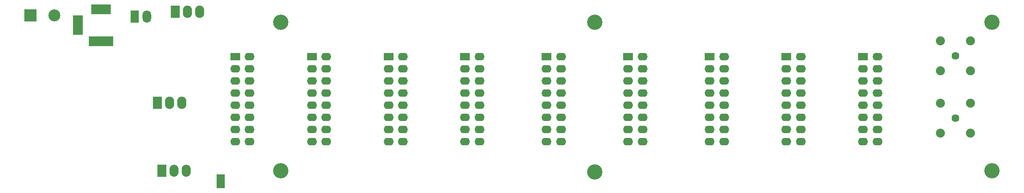
<source format=gbs>
G04 #@! TF.FileFunction,Soldermask,Bot*
%FSLAX46Y46*%
G04 Gerber Fmt 4.6, Leading zero omitted, Abs format (unit mm)*
G04 Created by KiCad (PCBNEW 4.0.2-stable) date 2019-11-02 5:24:16 PM*
%MOMM*%
G01*
G04 APERTURE LIST*
%ADD10C,0.200000*%
%ADD11C,3.200000*%
%ADD12R,2.500000X2.500000*%
%ADD13C,2.500000*%
%ADD14R,1.700000X2.900000*%
%ADD15O,2.100000X1.600000*%
%ADD16R,2.100000X1.600000*%
%ADD17R,4.100000X2.100000*%
%ADD18R,5.100000X2.100000*%
%ADD19R,2.100000X4.100000*%
%ADD20R,1.800000X2.600000*%
%ADD21O,1.800000X2.600000*%
%ADD22C,1.624000*%
%ADD23C,1.878000*%
%ADD24R,1.900000X2.600000*%
%ADD25O,1.900000X2.600000*%
%ADD26R,1.900000X2.500000*%
%ADD27O,1.900000X2.500000*%
G04 APERTURE END LIST*
D10*
D11*
X84000000Y-80960000D03*
X84000000Y-112000000D03*
D12*
X31750000Y-79500000D03*
D13*
X36750000Y-79500000D03*
D11*
X149500000Y-112300000D03*
X149500000Y-80960000D03*
X232410000Y-80960000D03*
X232410000Y-112000000D03*
D14*
X71500000Y-114250000D03*
D15*
X192520000Y-105890000D03*
X189480000Y-105890000D03*
X189480000Y-103350000D03*
X192520000Y-103350000D03*
X192520000Y-100810000D03*
X189480000Y-100810000D03*
X189480000Y-98270000D03*
X192520000Y-98270000D03*
X192520000Y-95730000D03*
X189480000Y-95730000D03*
D16*
X189480000Y-88110000D03*
D15*
X192520000Y-88110000D03*
X189480000Y-90650000D03*
X192520000Y-90650000D03*
X189480000Y-93190000D03*
X192520000Y-93190000D03*
X176520000Y-105890000D03*
X173480000Y-105890000D03*
X173480000Y-103350000D03*
X176520000Y-103350000D03*
X176520000Y-100810000D03*
X173480000Y-100810000D03*
X173480000Y-98270000D03*
X176520000Y-98270000D03*
X176520000Y-95730000D03*
X173480000Y-95730000D03*
D16*
X173480000Y-88110000D03*
D15*
X176520000Y-88110000D03*
X173480000Y-90650000D03*
X176520000Y-90650000D03*
X173480000Y-93190000D03*
X176520000Y-93190000D03*
X159520000Y-105890000D03*
X156480000Y-105890000D03*
X156480000Y-103350000D03*
X159520000Y-103350000D03*
X159520000Y-100810000D03*
X156480000Y-100810000D03*
X156480000Y-98270000D03*
X159520000Y-98270000D03*
X159520000Y-95730000D03*
X156480000Y-95730000D03*
D16*
X156480000Y-88110000D03*
D15*
X159520000Y-88110000D03*
X156480000Y-90650000D03*
X159520000Y-90650000D03*
X156480000Y-93190000D03*
X159520000Y-93190000D03*
X142520000Y-105890000D03*
X139480000Y-105890000D03*
X139480000Y-103350000D03*
X142520000Y-103350000D03*
X142520000Y-100810000D03*
X139480000Y-100810000D03*
X139480000Y-98270000D03*
X142520000Y-98270000D03*
X142520000Y-95730000D03*
X139480000Y-95730000D03*
D16*
X139480000Y-88110000D03*
D15*
X142520000Y-88110000D03*
X139480000Y-90650000D03*
X142520000Y-90650000D03*
X139480000Y-93190000D03*
X142520000Y-93190000D03*
X125520000Y-105890000D03*
X122480000Y-105890000D03*
X122480000Y-103350000D03*
X125520000Y-103350000D03*
X125520000Y-100810000D03*
X122480000Y-100810000D03*
X122480000Y-98270000D03*
X125520000Y-98270000D03*
X125520000Y-95730000D03*
X122480000Y-95730000D03*
D16*
X122480000Y-88110000D03*
D15*
X125520000Y-88110000D03*
X122480000Y-90650000D03*
X125520000Y-90650000D03*
X122480000Y-93190000D03*
X125520000Y-93190000D03*
X109520000Y-105890000D03*
X106480000Y-105890000D03*
X106480000Y-103350000D03*
X109520000Y-103350000D03*
X109520000Y-100810000D03*
X106480000Y-100810000D03*
X106480000Y-98270000D03*
X109520000Y-98270000D03*
X109520000Y-95730000D03*
X106480000Y-95730000D03*
D16*
X106480000Y-88110000D03*
D15*
X109520000Y-88110000D03*
X106480000Y-90650000D03*
X109520000Y-90650000D03*
X106480000Y-93190000D03*
X109520000Y-93190000D03*
X93520000Y-105890000D03*
X90480000Y-105890000D03*
X90480000Y-103350000D03*
X93520000Y-103350000D03*
X93520000Y-100810000D03*
X90480000Y-100810000D03*
X90480000Y-98270000D03*
X93520000Y-98270000D03*
X93520000Y-95730000D03*
X90480000Y-95730000D03*
D16*
X90480000Y-88110000D03*
D15*
X93520000Y-88110000D03*
X90480000Y-90650000D03*
X93520000Y-90650000D03*
X90480000Y-93190000D03*
X93520000Y-93190000D03*
D17*
X46500000Y-78250000D03*
D18*
X46500000Y-84900000D03*
D19*
X41700000Y-81500000D03*
D20*
X53500000Y-79750000D03*
D21*
X56040000Y-79750000D03*
D15*
X77520000Y-105890000D03*
X74480000Y-105890000D03*
X74480000Y-103350000D03*
X77520000Y-103350000D03*
X77520000Y-100810000D03*
X74480000Y-100810000D03*
X74480000Y-98270000D03*
X77520000Y-98270000D03*
X77520000Y-95730000D03*
X74480000Y-95730000D03*
D16*
X74480000Y-88110000D03*
D15*
X77520000Y-88110000D03*
X74480000Y-90650000D03*
X77520000Y-90650000D03*
X74480000Y-93190000D03*
X77520000Y-93190000D03*
X208520000Y-105890000D03*
X205480000Y-105890000D03*
X205480000Y-103350000D03*
X208520000Y-103350000D03*
X208520000Y-100810000D03*
X205480000Y-100810000D03*
X205480000Y-98270000D03*
X208520000Y-98270000D03*
X208520000Y-95730000D03*
X205480000Y-95730000D03*
D16*
X205480000Y-88110000D03*
D15*
X208520000Y-88110000D03*
X205480000Y-90650000D03*
X208520000Y-90650000D03*
X205480000Y-93190000D03*
X208520000Y-93190000D03*
D22*
X224800000Y-101000000D03*
D23*
X221670000Y-97870000D03*
X221670000Y-104130000D03*
X227930000Y-104130000D03*
X227930000Y-97870000D03*
D22*
X224800000Y-88000000D03*
D23*
X221670000Y-84870000D03*
X221670000Y-91130000D03*
X227930000Y-91130000D03*
X227930000Y-84870000D03*
D24*
X62000000Y-78750000D03*
D25*
X64540000Y-78750000D03*
X67080000Y-78750000D03*
D24*
X58250000Y-97750000D03*
D25*
X60790000Y-97750000D03*
X63330000Y-97750000D03*
D26*
X59210000Y-111980000D03*
D27*
X61750000Y-111980000D03*
X64290000Y-112030000D03*
M02*

</source>
